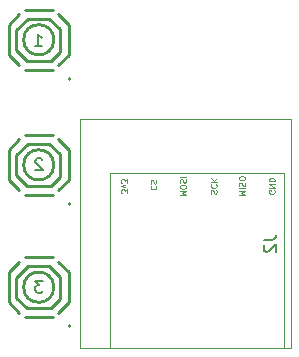
<source format=gbr>
%TF.GenerationSoftware,KiCad,Pcbnew,(6.0.5)*%
%TF.CreationDate,2023-02-05T19:42:25+01:00*%
%TF.ProjectId,PicoMemcard-rp2040zero,5069636f-4d65-46d6-9361-72642d727032,1.3.1*%
%TF.SameCoordinates,Original*%
%TF.FileFunction,Legend,Bot*%
%TF.FilePolarity,Positive*%
%FSLAX46Y46*%
G04 Gerber Fmt 4.6, Leading zero omitted, Abs format (unit mm)*
G04 Created by KiCad (PCBNEW (6.0.5)) date 2023-02-05 19:42:25*
%MOMM*%
%LPD*%
G01*
G04 APERTURE LIST*
%ADD10C,0.150000*%
%ADD11C,0.100000*%
%ADD12C,0.250000*%
%ADD13C,0.160000*%
%ADD14C,0.120000*%
G04 APERTURE END LIST*
D10*
%TO.C,3*%
X138509333Y-108672380D02*
X137890285Y-108672380D01*
X138223619Y-109053333D01*
X138080761Y-109053333D01*
X137985523Y-109100952D01*
X137937904Y-109148571D01*
X137890285Y-109243809D01*
X137890285Y-109481904D01*
X137937904Y-109577142D01*
X137985523Y-109624761D01*
X138080761Y-109672380D01*
X138366476Y-109672380D01*
X138461714Y-109624761D01*
X138509333Y-109577142D01*
%TO.C,1*%
X137850285Y-88802380D02*
X138421714Y-88802380D01*
X138136000Y-88802380D02*
X138136000Y-87802380D01*
X138231238Y-87945238D01*
X138326476Y-88040476D01*
X138421714Y-88088095D01*
%TO.C,2*%
X138461714Y-98407619D02*
X138414095Y-98360000D01*
X138318857Y-98312380D01*
X138080761Y-98312380D01*
X137985523Y-98360000D01*
X137937904Y-98407619D01*
X137890285Y-98502857D01*
X137890285Y-98598095D01*
X137937904Y-98740952D01*
X138509333Y-99312380D01*
X137890285Y-99312380D01*
%TO.C,J2*%
X157224380Y-105214666D02*
X157938666Y-105214666D01*
X158081523Y-105167047D01*
X158176761Y-105071809D01*
X158224380Y-104928952D01*
X158224380Y-104833714D01*
X157319619Y-105643238D02*
X157272000Y-105690857D01*
X157224380Y-105786095D01*
X157224380Y-106024190D01*
X157272000Y-106119428D01*
X157319619Y-106167047D01*
X157414857Y-106214666D01*
X157510095Y-106214666D01*
X157652952Y-106167047D01*
X158224380Y-105595619D01*
X158224380Y-106214666D01*
D11*
X152769619Y-101290857D02*
X152745809Y-101219428D01*
X152745809Y-101100380D01*
X152769619Y-101052761D01*
X152793428Y-101028952D01*
X152841047Y-101005142D01*
X152888666Y-101005142D01*
X152936285Y-101028952D01*
X152960095Y-101052761D01*
X152983904Y-101100380D01*
X153007714Y-101195619D01*
X153031523Y-101243238D01*
X153055333Y-101267047D01*
X153102952Y-101290857D01*
X153150571Y-101290857D01*
X153198190Y-101267047D01*
X153222000Y-101243238D01*
X153245809Y-101195619D01*
X153245809Y-101076571D01*
X153222000Y-101005142D01*
X152793428Y-100505142D02*
X152769619Y-100528952D01*
X152745809Y-100600380D01*
X152745809Y-100648000D01*
X152769619Y-100719428D01*
X152817238Y-100767047D01*
X152864857Y-100790857D01*
X152960095Y-100814666D01*
X153031523Y-100814666D01*
X153126761Y-100790857D01*
X153174380Y-100767047D01*
X153222000Y-100719428D01*
X153245809Y-100648000D01*
X153245809Y-100600380D01*
X153222000Y-100528952D01*
X153198190Y-100505142D01*
X152745809Y-100290857D02*
X153245809Y-100290857D01*
X152745809Y-100005142D02*
X153031523Y-100219428D01*
X153245809Y-100005142D02*
X152960095Y-100290857D01*
X155145809Y-101433714D02*
X155645809Y-101433714D01*
X155288666Y-101267047D01*
X155645809Y-101100380D01*
X155145809Y-101100380D01*
X155145809Y-100862285D02*
X155645809Y-100862285D01*
X155169619Y-100648000D02*
X155145809Y-100576571D01*
X155145809Y-100457523D01*
X155169619Y-100409904D01*
X155193428Y-100386095D01*
X155241047Y-100362285D01*
X155288666Y-100362285D01*
X155336285Y-100386095D01*
X155360095Y-100409904D01*
X155383904Y-100457523D01*
X155407714Y-100552761D01*
X155431523Y-100600380D01*
X155455333Y-100624190D01*
X155502952Y-100648000D01*
X155550571Y-100648000D01*
X155598190Y-100624190D01*
X155622000Y-100600380D01*
X155645809Y-100552761D01*
X155645809Y-100433714D01*
X155622000Y-100362285D01*
X155645809Y-100052761D02*
X155645809Y-99957523D01*
X155622000Y-99909904D01*
X155574380Y-99862285D01*
X155479142Y-99838476D01*
X155312476Y-99838476D01*
X155217238Y-99862285D01*
X155169619Y-99909904D01*
X155145809Y-99957523D01*
X155145809Y-100052761D01*
X155169619Y-100100380D01*
X155217238Y-100148000D01*
X155312476Y-100171809D01*
X155479142Y-100171809D01*
X155574380Y-100148000D01*
X155622000Y-100100380D01*
X155645809Y-100052761D01*
X147693428Y-100631333D02*
X147669619Y-100655142D01*
X147645809Y-100726571D01*
X147645809Y-100774190D01*
X147669619Y-100845619D01*
X147717238Y-100893238D01*
X147764857Y-100917047D01*
X147860095Y-100940857D01*
X147931523Y-100940857D01*
X148026761Y-100917047D01*
X148074380Y-100893238D01*
X148122000Y-100845619D01*
X148145809Y-100774190D01*
X148145809Y-100726571D01*
X148122000Y-100655142D01*
X148098190Y-100631333D01*
X147669619Y-100440857D02*
X147645809Y-100369428D01*
X147645809Y-100250380D01*
X147669619Y-100202761D01*
X147693428Y-100178952D01*
X147741047Y-100155142D01*
X147788666Y-100155142D01*
X147836285Y-100178952D01*
X147860095Y-100202761D01*
X147883904Y-100250380D01*
X147907714Y-100345619D01*
X147931523Y-100393238D01*
X147955333Y-100417047D01*
X148002952Y-100440857D01*
X148050571Y-100440857D01*
X148098190Y-100417047D01*
X148122000Y-100393238D01*
X148145809Y-100345619D01*
X148145809Y-100226571D01*
X148122000Y-100155142D01*
X150145809Y-101433714D02*
X150645809Y-101433714D01*
X150288666Y-101267047D01*
X150645809Y-101100380D01*
X150145809Y-101100380D01*
X150645809Y-100767047D02*
X150645809Y-100671809D01*
X150622000Y-100624190D01*
X150574380Y-100576571D01*
X150479142Y-100552761D01*
X150312476Y-100552761D01*
X150217238Y-100576571D01*
X150169619Y-100624190D01*
X150145809Y-100671809D01*
X150145809Y-100767047D01*
X150169619Y-100814666D01*
X150217238Y-100862285D01*
X150312476Y-100886095D01*
X150479142Y-100886095D01*
X150574380Y-100862285D01*
X150622000Y-100814666D01*
X150645809Y-100767047D01*
X150169619Y-100362285D02*
X150145809Y-100290857D01*
X150145809Y-100171809D01*
X150169619Y-100124190D01*
X150193428Y-100100380D01*
X150241047Y-100076571D01*
X150288666Y-100076571D01*
X150336285Y-100100380D01*
X150360095Y-100124190D01*
X150383904Y-100171809D01*
X150407714Y-100267047D01*
X150431523Y-100314666D01*
X150455333Y-100338476D01*
X150502952Y-100362285D01*
X150550571Y-100362285D01*
X150598190Y-100338476D01*
X150622000Y-100314666D01*
X150645809Y-100267047D01*
X150645809Y-100148000D01*
X150622000Y-100076571D01*
X150145809Y-99862285D02*
X150645809Y-99862285D01*
X158122000Y-101028952D02*
X158145809Y-101076571D01*
X158145809Y-101148000D01*
X158122000Y-101219428D01*
X158074380Y-101267047D01*
X158026761Y-101290857D01*
X157931523Y-101314666D01*
X157860095Y-101314666D01*
X157764857Y-101290857D01*
X157717238Y-101267047D01*
X157669619Y-101219428D01*
X157645809Y-101148000D01*
X157645809Y-101100380D01*
X157669619Y-101028952D01*
X157693428Y-101005142D01*
X157860095Y-101005142D01*
X157860095Y-101100380D01*
X157645809Y-100790857D02*
X158145809Y-100790857D01*
X157645809Y-100505142D01*
X158145809Y-100505142D01*
X157645809Y-100267047D02*
X158145809Y-100267047D01*
X158145809Y-100148000D01*
X158122000Y-100076571D01*
X158074380Y-100028952D01*
X158026761Y-100005142D01*
X157931523Y-99981333D01*
X157860095Y-99981333D01*
X157764857Y-100005142D01*
X157717238Y-100028952D01*
X157669619Y-100076571D01*
X157645809Y-100148000D01*
X157645809Y-100267047D01*
X145645809Y-101243238D02*
X145645809Y-100933714D01*
X145455333Y-101100380D01*
X145455333Y-101028952D01*
X145431523Y-100981333D01*
X145407714Y-100957523D01*
X145360095Y-100933714D01*
X145241047Y-100933714D01*
X145193428Y-100957523D01*
X145169619Y-100981333D01*
X145145809Y-101028952D01*
X145145809Y-101171809D01*
X145169619Y-101219428D01*
X145193428Y-101243238D01*
X145479142Y-100767047D02*
X145145809Y-100648000D01*
X145479142Y-100528952D01*
X145645809Y-100386095D02*
X145645809Y-100076571D01*
X145455333Y-100243238D01*
X145455333Y-100171809D01*
X145431523Y-100124190D01*
X145407714Y-100100380D01*
X145360095Y-100076571D01*
X145241047Y-100076571D01*
X145193428Y-100100380D01*
X145169619Y-100124190D01*
X145145809Y-100171809D01*
X145145809Y-100314666D01*
X145169619Y-100362285D01*
X145193428Y-100386095D01*
D12*
%TO.C,3*%
X136516000Y-107050000D02*
X135626000Y-107940000D01*
X139076000Y-107420000D02*
X137276000Y-107420000D01*
X140726000Y-110500000D02*
X140726000Y-107940000D01*
X139346000Y-111770000D02*
X137006000Y-111770000D01*
X137276000Y-107420000D02*
X136276000Y-108420000D01*
X136276000Y-108420000D02*
X136276000Y-110120000D01*
X139346000Y-106670000D02*
X137006000Y-106670000D01*
X137176000Y-111020000D02*
X139176000Y-111020000D01*
X140726000Y-107940000D02*
X139836000Y-107050000D01*
X136516000Y-111390000D02*
X135626000Y-110500000D01*
X139976000Y-110220000D02*
X139976000Y-108320000D01*
X135626000Y-110500000D02*
X135626000Y-107940000D01*
X136276000Y-110120000D02*
X137176000Y-111020000D01*
X140726000Y-110500000D02*
X139836000Y-111390000D01*
X139976000Y-108320000D02*
X139076000Y-107420000D01*
X139176000Y-111020000D02*
X139976000Y-110220000D01*
X139456000Y-109220000D02*
G75*
G03*
X139456000Y-109220000I-1280000J0D01*
G01*
D13*
X140856000Y-112520000D02*
G75*
G03*
X140856000Y-112520000I-80000J0D01*
G01*
D12*
%TO.C,1*%
X137276000Y-86470000D02*
X136276000Y-87470000D01*
X139976000Y-87370000D02*
X139076000Y-86470000D01*
X136516000Y-90440000D02*
X135626000Y-89550000D01*
X139176000Y-90070000D02*
X139976000Y-89270000D01*
X140726000Y-89550000D02*
X139836000Y-90440000D01*
X136276000Y-89170000D02*
X137176000Y-90070000D01*
X139346000Y-85720000D02*
X137006000Y-85720000D01*
X139346000Y-90820000D02*
X137006000Y-90820000D01*
X136276000Y-87470000D02*
X136276000Y-89170000D01*
X140726000Y-86990000D02*
X139836000Y-86100000D01*
X136516000Y-86100000D02*
X135626000Y-86990000D01*
X139076000Y-86470000D02*
X137276000Y-86470000D01*
X135626000Y-89550000D02*
X135626000Y-86990000D01*
X140726000Y-89550000D02*
X140726000Y-86990000D01*
X139976000Y-89270000D02*
X139976000Y-87370000D01*
X137176000Y-90070000D02*
X139176000Y-90070000D01*
D13*
X140856000Y-91570000D02*
G75*
G03*
X140856000Y-91570000I-80000J0D01*
G01*
D12*
X139456000Y-88270000D02*
G75*
G03*
X139456000Y-88270000I-1280000J0D01*
G01*
%TO.C,2*%
X137276000Y-97060000D02*
X136276000Y-98060000D01*
X135626000Y-100140000D02*
X135626000Y-97580000D01*
X139176000Y-100660000D02*
X139976000Y-99860000D01*
X139346000Y-96310000D02*
X137006000Y-96310000D01*
X139976000Y-99860000D02*
X139976000Y-97960000D01*
X136276000Y-99760000D02*
X137176000Y-100660000D01*
X136276000Y-98060000D02*
X136276000Y-99760000D01*
X139346000Y-101410000D02*
X137006000Y-101410000D01*
X140726000Y-97580000D02*
X139836000Y-96690000D01*
X139976000Y-97960000D02*
X139076000Y-97060000D01*
X136516000Y-101030000D02*
X135626000Y-100140000D01*
X139076000Y-97060000D02*
X137276000Y-97060000D01*
X137176000Y-100660000D02*
X139176000Y-100660000D01*
X140726000Y-100140000D02*
X139836000Y-101030000D01*
X140726000Y-100140000D02*
X140726000Y-97580000D01*
X136516000Y-96690000D02*
X135626000Y-97580000D01*
D13*
X140856000Y-102160000D02*
G75*
G03*
X140856000Y-102160000I-80000J0D01*
G01*
D12*
X139456000Y-98860000D02*
G75*
G03*
X139456000Y-98860000I-1280000J0D01*
G01*
D14*
%TO.C,J2*%
X141672000Y-94948000D02*
X141672000Y-114348000D01*
X159572000Y-114348000D02*
X141672000Y-114348000D01*
X141672000Y-94948000D02*
X159572000Y-94948000D01*
X159572000Y-114348000D02*
X159572000Y-94948000D01*
X158972000Y-114348000D02*
X144172000Y-114348000D01*
X144172000Y-114348000D02*
X144172000Y-99548000D01*
X144172000Y-99548000D02*
X158972000Y-99548000D01*
X158972000Y-99548000D02*
X158972000Y-114348000D01*
%TD*%
M02*

</source>
